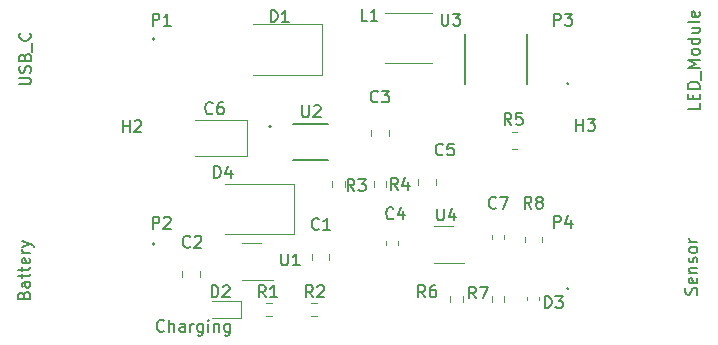
<source format=gbr>
%TF.GenerationSoftware,KiCad,Pcbnew,7.0.2*%
%TF.CreationDate,2023-12-10T20:37:23+01:00*%
%TF.ProjectId,Choinka_EE,43686f69-6e6b-4615-9f45-452e6b696361,rev?*%
%TF.SameCoordinates,Original*%
%TF.FileFunction,Legend,Top*%
%TF.FilePolarity,Positive*%
%FSLAX46Y46*%
G04 Gerber Fmt 4.6, Leading zero omitted, Abs format (unit mm)*
G04 Created by KiCad (PCBNEW 7.0.2) date 2023-12-10 20:37:23*
%MOMM*%
%LPD*%
G01*
G04 APERTURE LIST*
%ADD10C,0.200000*%
%ADD11C,0.150000*%
%ADD12C,0.120000*%
%ADD13C,0.127000*%
%ADD14C,0.152400*%
G04 APERTURE END LIST*
D10*
X89709523Y-131282380D02*
X89661904Y-131330000D01*
X89661904Y-131330000D02*
X89519047Y-131377619D01*
X89519047Y-131377619D02*
X89423809Y-131377619D01*
X89423809Y-131377619D02*
X89280952Y-131330000D01*
X89280952Y-131330000D02*
X89185714Y-131234761D01*
X89185714Y-131234761D02*
X89138095Y-131139523D01*
X89138095Y-131139523D02*
X89090476Y-130949047D01*
X89090476Y-130949047D02*
X89090476Y-130806190D01*
X89090476Y-130806190D02*
X89138095Y-130615714D01*
X89138095Y-130615714D02*
X89185714Y-130520476D01*
X89185714Y-130520476D02*
X89280952Y-130425238D01*
X89280952Y-130425238D02*
X89423809Y-130377619D01*
X89423809Y-130377619D02*
X89519047Y-130377619D01*
X89519047Y-130377619D02*
X89661904Y-130425238D01*
X89661904Y-130425238D02*
X89709523Y-130472857D01*
X90138095Y-131377619D02*
X90138095Y-130377619D01*
X90566666Y-131377619D02*
X90566666Y-130853809D01*
X90566666Y-130853809D02*
X90519047Y-130758571D01*
X90519047Y-130758571D02*
X90423809Y-130710952D01*
X90423809Y-130710952D02*
X90280952Y-130710952D01*
X90280952Y-130710952D02*
X90185714Y-130758571D01*
X90185714Y-130758571D02*
X90138095Y-130806190D01*
X91471428Y-131377619D02*
X91471428Y-130853809D01*
X91471428Y-130853809D02*
X91423809Y-130758571D01*
X91423809Y-130758571D02*
X91328571Y-130710952D01*
X91328571Y-130710952D02*
X91138095Y-130710952D01*
X91138095Y-130710952D02*
X91042857Y-130758571D01*
X91471428Y-131330000D02*
X91376190Y-131377619D01*
X91376190Y-131377619D02*
X91138095Y-131377619D01*
X91138095Y-131377619D02*
X91042857Y-131330000D01*
X91042857Y-131330000D02*
X90995238Y-131234761D01*
X90995238Y-131234761D02*
X90995238Y-131139523D01*
X90995238Y-131139523D02*
X91042857Y-131044285D01*
X91042857Y-131044285D02*
X91138095Y-130996666D01*
X91138095Y-130996666D02*
X91376190Y-130996666D01*
X91376190Y-130996666D02*
X91471428Y-130949047D01*
X91947619Y-131377619D02*
X91947619Y-130710952D01*
X91947619Y-130901428D02*
X91995238Y-130806190D01*
X91995238Y-130806190D02*
X92042857Y-130758571D01*
X92042857Y-130758571D02*
X92138095Y-130710952D01*
X92138095Y-130710952D02*
X92233333Y-130710952D01*
X92995238Y-130710952D02*
X92995238Y-131520476D01*
X92995238Y-131520476D02*
X92947619Y-131615714D01*
X92947619Y-131615714D02*
X92900000Y-131663333D01*
X92900000Y-131663333D02*
X92804762Y-131710952D01*
X92804762Y-131710952D02*
X92661905Y-131710952D01*
X92661905Y-131710952D02*
X92566667Y-131663333D01*
X92995238Y-131330000D02*
X92900000Y-131377619D01*
X92900000Y-131377619D02*
X92709524Y-131377619D01*
X92709524Y-131377619D02*
X92614286Y-131330000D01*
X92614286Y-131330000D02*
X92566667Y-131282380D01*
X92566667Y-131282380D02*
X92519048Y-131187142D01*
X92519048Y-131187142D02*
X92519048Y-130901428D01*
X92519048Y-130901428D02*
X92566667Y-130806190D01*
X92566667Y-130806190D02*
X92614286Y-130758571D01*
X92614286Y-130758571D02*
X92709524Y-130710952D01*
X92709524Y-130710952D02*
X92900000Y-130710952D01*
X92900000Y-130710952D02*
X92995238Y-130758571D01*
X93471429Y-131377619D02*
X93471429Y-130710952D01*
X93471429Y-130377619D02*
X93423810Y-130425238D01*
X93423810Y-130425238D02*
X93471429Y-130472857D01*
X93471429Y-130472857D02*
X93519048Y-130425238D01*
X93519048Y-130425238D02*
X93471429Y-130377619D01*
X93471429Y-130377619D02*
X93471429Y-130472857D01*
X93947619Y-130710952D02*
X93947619Y-131377619D01*
X93947619Y-130806190D02*
X93995238Y-130758571D01*
X93995238Y-130758571D02*
X94090476Y-130710952D01*
X94090476Y-130710952D02*
X94233333Y-130710952D01*
X94233333Y-130710952D02*
X94328571Y-130758571D01*
X94328571Y-130758571D02*
X94376190Y-130853809D01*
X94376190Y-130853809D02*
X94376190Y-131377619D01*
X95280952Y-130710952D02*
X95280952Y-131520476D01*
X95280952Y-131520476D02*
X95233333Y-131615714D01*
X95233333Y-131615714D02*
X95185714Y-131663333D01*
X95185714Y-131663333D02*
X95090476Y-131710952D01*
X95090476Y-131710952D02*
X94947619Y-131710952D01*
X94947619Y-131710952D02*
X94852381Y-131663333D01*
X95280952Y-131330000D02*
X95185714Y-131377619D01*
X95185714Y-131377619D02*
X94995238Y-131377619D01*
X94995238Y-131377619D02*
X94900000Y-131330000D01*
X94900000Y-131330000D02*
X94852381Y-131282380D01*
X94852381Y-131282380D02*
X94804762Y-131187142D01*
X94804762Y-131187142D02*
X94804762Y-130901428D01*
X94804762Y-130901428D02*
X94852381Y-130806190D01*
X94852381Y-130806190D02*
X94900000Y-130758571D01*
X94900000Y-130758571D02*
X94995238Y-130710952D01*
X94995238Y-130710952D02*
X95185714Y-130710952D01*
X95185714Y-130710952D02*
X95280952Y-130758571D01*
D11*
%TO.C,H3*%
X124638095Y-114362619D02*
X124638095Y-113362619D01*
X124638095Y-113838809D02*
X125209523Y-113838809D01*
X125209523Y-114362619D02*
X125209523Y-113362619D01*
X125590476Y-113362619D02*
X126209523Y-113362619D01*
X126209523Y-113362619D02*
X125876190Y-113743571D01*
X125876190Y-113743571D02*
X126019047Y-113743571D01*
X126019047Y-113743571D02*
X126114285Y-113791190D01*
X126114285Y-113791190D02*
X126161904Y-113838809D01*
X126161904Y-113838809D02*
X126209523Y-113934047D01*
X126209523Y-113934047D02*
X126209523Y-114172142D01*
X126209523Y-114172142D02*
X126161904Y-114267380D01*
X126161904Y-114267380D02*
X126114285Y-114315000D01*
X126114285Y-114315000D02*
X126019047Y-114362619D01*
X126019047Y-114362619D02*
X125733333Y-114362619D01*
X125733333Y-114362619D02*
X125638095Y-114315000D01*
X125638095Y-114315000D02*
X125590476Y-114267380D01*
%TO.C,H2*%
X86238095Y-114462619D02*
X86238095Y-113462619D01*
X86238095Y-113938809D02*
X86809523Y-113938809D01*
X86809523Y-114462619D02*
X86809523Y-113462619D01*
X87238095Y-113557857D02*
X87285714Y-113510238D01*
X87285714Y-113510238D02*
X87380952Y-113462619D01*
X87380952Y-113462619D02*
X87619047Y-113462619D01*
X87619047Y-113462619D02*
X87714285Y-113510238D01*
X87714285Y-113510238D02*
X87761904Y-113557857D01*
X87761904Y-113557857D02*
X87809523Y-113653095D01*
X87809523Y-113653095D02*
X87809523Y-113748333D01*
X87809523Y-113748333D02*
X87761904Y-113891190D01*
X87761904Y-113891190D02*
X87190476Y-114462619D01*
X87190476Y-114462619D02*
X87809523Y-114462619D01*
%TO.C,D4*%
X93961905Y-118362619D02*
X93961905Y-117362619D01*
X93961905Y-117362619D02*
X94200000Y-117362619D01*
X94200000Y-117362619D02*
X94342857Y-117410238D01*
X94342857Y-117410238D02*
X94438095Y-117505476D01*
X94438095Y-117505476D02*
X94485714Y-117600714D01*
X94485714Y-117600714D02*
X94533333Y-117791190D01*
X94533333Y-117791190D02*
X94533333Y-117934047D01*
X94533333Y-117934047D02*
X94485714Y-118124523D01*
X94485714Y-118124523D02*
X94438095Y-118219761D01*
X94438095Y-118219761D02*
X94342857Y-118315000D01*
X94342857Y-118315000D02*
X94200000Y-118362619D01*
X94200000Y-118362619D02*
X93961905Y-118362619D01*
X95390476Y-117695952D02*
X95390476Y-118362619D01*
X95152381Y-117315000D02*
X94914286Y-118029285D01*
X94914286Y-118029285D02*
X95533333Y-118029285D01*
%TO.C,D1*%
X98761905Y-105162619D02*
X98761905Y-104162619D01*
X98761905Y-104162619D02*
X99000000Y-104162619D01*
X99000000Y-104162619D02*
X99142857Y-104210238D01*
X99142857Y-104210238D02*
X99238095Y-104305476D01*
X99238095Y-104305476D02*
X99285714Y-104400714D01*
X99285714Y-104400714D02*
X99333333Y-104591190D01*
X99333333Y-104591190D02*
X99333333Y-104734047D01*
X99333333Y-104734047D02*
X99285714Y-104924523D01*
X99285714Y-104924523D02*
X99238095Y-105019761D01*
X99238095Y-105019761D02*
X99142857Y-105115000D01*
X99142857Y-105115000D02*
X99000000Y-105162619D01*
X99000000Y-105162619D02*
X98761905Y-105162619D01*
X100285714Y-105162619D02*
X99714286Y-105162619D01*
X100000000Y-105162619D02*
X100000000Y-104162619D01*
X100000000Y-104162619D02*
X99904762Y-104305476D01*
X99904762Y-104305476D02*
X99809524Y-104400714D01*
X99809524Y-104400714D02*
X99714286Y-104448333D01*
%TO.C,C2*%
X91933333Y-124167380D02*
X91885714Y-124215000D01*
X91885714Y-124215000D02*
X91742857Y-124262619D01*
X91742857Y-124262619D02*
X91647619Y-124262619D01*
X91647619Y-124262619D02*
X91504762Y-124215000D01*
X91504762Y-124215000D02*
X91409524Y-124119761D01*
X91409524Y-124119761D02*
X91361905Y-124024523D01*
X91361905Y-124024523D02*
X91314286Y-123834047D01*
X91314286Y-123834047D02*
X91314286Y-123691190D01*
X91314286Y-123691190D02*
X91361905Y-123500714D01*
X91361905Y-123500714D02*
X91409524Y-123405476D01*
X91409524Y-123405476D02*
X91504762Y-123310238D01*
X91504762Y-123310238D02*
X91647619Y-123262619D01*
X91647619Y-123262619D02*
X91742857Y-123262619D01*
X91742857Y-123262619D02*
X91885714Y-123310238D01*
X91885714Y-123310238D02*
X91933333Y-123357857D01*
X92314286Y-123357857D02*
X92361905Y-123310238D01*
X92361905Y-123310238D02*
X92457143Y-123262619D01*
X92457143Y-123262619D02*
X92695238Y-123262619D01*
X92695238Y-123262619D02*
X92790476Y-123310238D01*
X92790476Y-123310238D02*
X92838095Y-123357857D01*
X92838095Y-123357857D02*
X92885714Y-123453095D01*
X92885714Y-123453095D02*
X92885714Y-123548333D01*
X92885714Y-123548333D02*
X92838095Y-123691190D01*
X92838095Y-123691190D02*
X92266667Y-124262619D01*
X92266667Y-124262619D02*
X92885714Y-124262619D01*
%TO.C,D3*%
X121961905Y-129362619D02*
X121961905Y-128362619D01*
X121961905Y-128362619D02*
X122200000Y-128362619D01*
X122200000Y-128362619D02*
X122342857Y-128410238D01*
X122342857Y-128410238D02*
X122438095Y-128505476D01*
X122438095Y-128505476D02*
X122485714Y-128600714D01*
X122485714Y-128600714D02*
X122533333Y-128791190D01*
X122533333Y-128791190D02*
X122533333Y-128934047D01*
X122533333Y-128934047D02*
X122485714Y-129124523D01*
X122485714Y-129124523D02*
X122438095Y-129219761D01*
X122438095Y-129219761D02*
X122342857Y-129315000D01*
X122342857Y-129315000D02*
X122200000Y-129362619D01*
X122200000Y-129362619D02*
X121961905Y-129362619D01*
X122866667Y-128362619D02*
X123485714Y-128362619D01*
X123485714Y-128362619D02*
X123152381Y-128743571D01*
X123152381Y-128743571D02*
X123295238Y-128743571D01*
X123295238Y-128743571D02*
X123390476Y-128791190D01*
X123390476Y-128791190D02*
X123438095Y-128838809D01*
X123438095Y-128838809D02*
X123485714Y-128934047D01*
X123485714Y-128934047D02*
X123485714Y-129172142D01*
X123485714Y-129172142D02*
X123438095Y-129267380D01*
X123438095Y-129267380D02*
X123390476Y-129315000D01*
X123390476Y-129315000D02*
X123295238Y-129362619D01*
X123295238Y-129362619D02*
X123009524Y-129362619D01*
X123009524Y-129362619D02*
X122914286Y-129315000D01*
X122914286Y-129315000D02*
X122866667Y-129267380D01*
%TO.C,R5*%
X119133333Y-113862619D02*
X118800000Y-113386428D01*
X118561905Y-113862619D02*
X118561905Y-112862619D01*
X118561905Y-112862619D02*
X118942857Y-112862619D01*
X118942857Y-112862619D02*
X119038095Y-112910238D01*
X119038095Y-112910238D02*
X119085714Y-112957857D01*
X119085714Y-112957857D02*
X119133333Y-113053095D01*
X119133333Y-113053095D02*
X119133333Y-113195952D01*
X119133333Y-113195952D02*
X119085714Y-113291190D01*
X119085714Y-113291190D02*
X119038095Y-113338809D01*
X119038095Y-113338809D02*
X118942857Y-113386428D01*
X118942857Y-113386428D02*
X118561905Y-113386428D01*
X120038095Y-112862619D02*
X119561905Y-112862619D01*
X119561905Y-112862619D02*
X119514286Y-113338809D01*
X119514286Y-113338809D02*
X119561905Y-113291190D01*
X119561905Y-113291190D02*
X119657143Y-113243571D01*
X119657143Y-113243571D02*
X119895238Y-113243571D01*
X119895238Y-113243571D02*
X119990476Y-113291190D01*
X119990476Y-113291190D02*
X120038095Y-113338809D01*
X120038095Y-113338809D02*
X120085714Y-113434047D01*
X120085714Y-113434047D02*
X120085714Y-113672142D01*
X120085714Y-113672142D02*
X120038095Y-113767380D01*
X120038095Y-113767380D02*
X119990476Y-113815000D01*
X119990476Y-113815000D02*
X119895238Y-113862619D01*
X119895238Y-113862619D02*
X119657143Y-113862619D01*
X119657143Y-113862619D02*
X119561905Y-113815000D01*
X119561905Y-113815000D02*
X119514286Y-113767380D01*
%TO.C,P3*%
X122760882Y-105463261D02*
X122760882Y-104461875D01*
X122760882Y-104461875D02*
X123142362Y-104461875D01*
X123142362Y-104461875D02*
X123237732Y-104509560D01*
X123237732Y-104509560D02*
X123285417Y-104557245D01*
X123285417Y-104557245D02*
X123333102Y-104652615D01*
X123333102Y-104652615D02*
X123333102Y-104795670D01*
X123333102Y-104795670D02*
X123285417Y-104891040D01*
X123285417Y-104891040D02*
X123237732Y-104938725D01*
X123237732Y-104938725D02*
X123142362Y-104986410D01*
X123142362Y-104986410D02*
X122760882Y-104986410D01*
X123666898Y-104461875D02*
X124286803Y-104461875D01*
X124286803Y-104461875D02*
X123953008Y-104843355D01*
X123953008Y-104843355D02*
X124096063Y-104843355D01*
X124096063Y-104843355D02*
X124191433Y-104891040D01*
X124191433Y-104891040D02*
X124239118Y-104938725D01*
X124239118Y-104938725D02*
X124286803Y-105034095D01*
X124286803Y-105034095D02*
X124286803Y-105272520D01*
X124286803Y-105272520D02*
X124239118Y-105367890D01*
X124239118Y-105367890D02*
X124191433Y-105415576D01*
X124191433Y-105415576D02*
X124096063Y-105463261D01*
X124096063Y-105463261D02*
X123809953Y-105463261D01*
X123809953Y-105463261D02*
X123714583Y-105415576D01*
X123714583Y-105415576D02*
X123666898Y-105367890D01*
X135062743Y-112043832D02*
X135062743Y-112520150D01*
X135062743Y-112520150D02*
X134062475Y-112520150D01*
X134538793Y-111710409D02*
X134538793Y-111376987D01*
X135062743Y-111234091D02*
X135062743Y-111710409D01*
X135062743Y-111710409D02*
X134062475Y-111710409D01*
X134062475Y-111710409D02*
X134062475Y-111234091D01*
X135062743Y-110805405D02*
X134062475Y-110805405D01*
X134062475Y-110805405D02*
X134062475Y-110567246D01*
X134062475Y-110567246D02*
X134110107Y-110424351D01*
X134110107Y-110424351D02*
X134205371Y-110329087D01*
X134205371Y-110329087D02*
X134300634Y-110281456D01*
X134300634Y-110281456D02*
X134491162Y-110233824D01*
X134491162Y-110233824D02*
X134634057Y-110233824D01*
X134634057Y-110233824D02*
X134824584Y-110281456D01*
X134824584Y-110281456D02*
X134919848Y-110329087D01*
X134919848Y-110329087D02*
X135015112Y-110424351D01*
X135015112Y-110424351D02*
X135062743Y-110567246D01*
X135062743Y-110567246D02*
X135062743Y-110805405D01*
X135158007Y-110043297D02*
X135158007Y-109281188D01*
X135062743Y-109043028D02*
X134062475Y-109043028D01*
X134062475Y-109043028D02*
X134776952Y-108709606D01*
X134776952Y-108709606D02*
X134062475Y-108376183D01*
X134062475Y-108376183D02*
X135062743Y-108376183D01*
X135062743Y-107756970D02*
X135015112Y-107852234D01*
X135015112Y-107852234D02*
X134967480Y-107899865D01*
X134967480Y-107899865D02*
X134872216Y-107947497D01*
X134872216Y-107947497D02*
X134586425Y-107947497D01*
X134586425Y-107947497D02*
X134491162Y-107899865D01*
X134491162Y-107899865D02*
X134443530Y-107852234D01*
X134443530Y-107852234D02*
X134395898Y-107756970D01*
X134395898Y-107756970D02*
X134395898Y-107614075D01*
X134395898Y-107614075D02*
X134443530Y-107518811D01*
X134443530Y-107518811D02*
X134491162Y-107471179D01*
X134491162Y-107471179D02*
X134586425Y-107423547D01*
X134586425Y-107423547D02*
X134872216Y-107423547D01*
X134872216Y-107423547D02*
X134967480Y-107471179D01*
X134967480Y-107471179D02*
X135015112Y-107518811D01*
X135015112Y-107518811D02*
X135062743Y-107614075D01*
X135062743Y-107614075D02*
X135062743Y-107756970D01*
X135062743Y-106566175D02*
X134062475Y-106566175D01*
X135015112Y-106566175D02*
X135062743Y-106661439D01*
X135062743Y-106661439D02*
X135062743Y-106851966D01*
X135062743Y-106851966D02*
X135015112Y-106947230D01*
X135015112Y-106947230D02*
X134967480Y-106994861D01*
X134967480Y-106994861D02*
X134872216Y-107042493D01*
X134872216Y-107042493D02*
X134586425Y-107042493D01*
X134586425Y-107042493D02*
X134491162Y-106994861D01*
X134491162Y-106994861D02*
X134443530Y-106947230D01*
X134443530Y-106947230D02*
X134395898Y-106851966D01*
X134395898Y-106851966D02*
X134395898Y-106661439D01*
X134395898Y-106661439D02*
X134443530Y-106566175D01*
X134395898Y-105661171D02*
X135062743Y-105661171D01*
X134395898Y-106089857D02*
X134919848Y-106089857D01*
X134919848Y-106089857D02*
X135015112Y-106042226D01*
X135015112Y-106042226D02*
X135062743Y-105946962D01*
X135062743Y-105946962D02*
X135062743Y-105804067D01*
X135062743Y-105804067D02*
X135015112Y-105708803D01*
X135015112Y-105708803D02*
X134967480Y-105661171D01*
X135062743Y-105041958D02*
X135015112Y-105137222D01*
X135015112Y-105137222D02*
X134919848Y-105184853D01*
X134919848Y-105184853D02*
X134062475Y-105184853D01*
X135015112Y-104279849D02*
X135062743Y-104375113D01*
X135062743Y-104375113D02*
X135062743Y-104565640D01*
X135062743Y-104565640D02*
X135015112Y-104660903D01*
X135015112Y-104660903D02*
X134919848Y-104708535D01*
X134919848Y-104708535D02*
X134538793Y-104708535D01*
X134538793Y-104708535D02*
X134443530Y-104660903D01*
X134443530Y-104660903D02*
X134395898Y-104565640D01*
X134395898Y-104565640D02*
X134395898Y-104375113D01*
X134395898Y-104375113D02*
X134443530Y-104279849D01*
X134443530Y-104279849D02*
X134538793Y-104232217D01*
X134538793Y-104232217D02*
X134634057Y-104232217D01*
X134634057Y-104232217D02*
X134729321Y-104708535D01*
%TO.C,U1*%
X99638095Y-124762619D02*
X99638095Y-125572142D01*
X99638095Y-125572142D02*
X99685714Y-125667380D01*
X99685714Y-125667380D02*
X99733333Y-125715000D01*
X99733333Y-125715000D02*
X99828571Y-125762619D01*
X99828571Y-125762619D02*
X100019047Y-125762619D01*
X100019047Y-125762619D02*
X100114285Y-125715000D01*
X100114285Y-125715000D02*
X100161904Y-125667380D01*
X100161904Y-125667380D02*
X100209523Y-125572142D01*
X100209523Y-125572142D02*
X100209523Y-124762619D01*
X101209523Y-125762619D02*
X100638095Y-125762619D01*
X100923809Y-125762619D02*
X100923809Y-124762619D01*
X100923809Y-124762619D02*
X100828571Y-124905476D01*
X100828571Y-124905476D02*
X100733333Y-125000714D01*
X100733333Y-125000714D02*
X100638095Y-125048333D01*
%TO.C,U2*%
X101418095Y-112212619D02*
X101418095Y-113022142D01*
X101418095Y-113022142D02*
X101465714Y-113117380D01*
X101465714Y-113117380D02*
X101513333Y-113165000D01*
X101513333Y-113165000D02*
X101608571Y-113212619D01*
X101608571Y-113212619D02*
X101799047Y-113212619D01*
X101799047Y-113212619D02*
X101894285Y-113165000D01*
X101894285Y-113165000D02*
X101941904Y-113117380D01*
X101941904Y-113117380D02*
X101989523Y-113022142D01*
X101989523Y-113022142D02*
X101989523Y-112212619D01*
X102418095Y-112307857D02*
X102465714Y-112260238D01*
X102465714Y-112260238D02*
X102560952Y-112212619D01*
X102560952Y-112212619D02*
X102799047Y-112212619D01*
X102799047Y-112212619D02*
X102894285Y-112260238D01*
X102894285Y-112260238D02*
X102941904Y-112307857D01*
X102941904Y-112307857D02*
X102989523Y-112403095D01*
X102989523Y-112403095D02*
X102989523Y-112498333D01*
X102989523Y-112498333D02*
X102941904Y-112641190D01*
X102941904Y-112641190D02*
X102370476Y-113212619D01*
X102370476Y-113212619D02*
X102989523Y-113212619D01*
%TO.C,C4*%
X109133333Y-121767380D02*
X109085714Y-121815000D01*
X109085714Y-121815000D02*
X108942857Y-121862619D01*
X108942857Y-121862619D02*
X108847619Y-121862619D01*
X108847619Y-121862619D02*
X108704762Y-121815000D01*
X108704762Y-121815000D02*
X108609524Y-121719761D01*
X108609524Y-121719761D02*
X108561905Y-121624523D01*
X108561905Y-121624523D02*
X108514286Y-121434047D01*
X108514286Y-121434047D02*
X108514286Y-121291190D01*
X108514286Y-121291190D02*
X108561905Y-121100714D01*
X108561905Y-121100714D02*
X108609524Y-121005476D01*
X108609524Y-121005476D02*
X108704762Y-120910238D01*
X108704762Y-120910238D02*
X108847619Y-120862619D01*
X108847619Y-120862619D02*
X108942857Y-120862619D01*
X108942857Y-120862619D02*
X109085714Y-120910238D01*
X109085714Y-120910238D02*
X109133333Y-120957857D01*
X109990476Y-121195952D02*
X109990476Y-121862619D01*
X109752381Y-120815000D02*
X109514286Y-121529285D01*
X109514286Y-121529285D02*
X110133333Y-121529285D01*
%TO.C,R7*%
X116133333Y-128562619D02*
X115800000Y-128086428D01*
X115561905Y-128562619D02*
X115561905Y-127562619D01*
X115561905Y-127562619D02*
X115942857Y-127562619D01*
X115942857Y-127562619D02*
X116038095Y-127610238D01*
X116038095Y-127610238D02*
X116085714Y-127657857D01*
X116085714Y-127657857D02*
X116133333Y-127753095D01*
X116133333Y-127753095D02*
X116133333Y-127895952D01*
X116133333Y-127895952D02*
X116085714Y-127991190D01*
X116085714Y-127991190D02*
X116038095Y-128038809D01*
X116038095Y-128038809D02*
X115942857Y-128086428D01*
X115942857Y-128086428D02*
X115561905Y-128086428D01*
X116466667Y-127562619D02*
X117133333Y-127562619D01*
X117133333Y-127562619D02*
X116704762Y-128562619D01*
%TO.C,R8*%
X120833333Y-120962619D02*
X120500000Y-120486428D01*
X120261905Y-120962619D02*
X120261905Y-119962619D01*
X120261905Y-119962619D02*
X120642857Y-119962619D01*
X120642857Y-119962619D02*
X120738095Y-120010238D01*
X120738095Y-120010238D02*
X120785714Y-120057857D01*
X120785714Y-120057857D02*
X120833333Y-120153095D01*
X120833333Y-120153095D02*
X120833333Y-120295952D01*
X120833333Y-120295952D02*
X120785714Y-120391190D01*
X120785714Y-120391190D02*
X120738095Y-120438809D01*
X120738095Y-120438809D02*
X120642857Y-120486428D01*
X120642857Y-120486428D02*
X120261905Y-120486428D01*
X121404762Y-120391190D02*
X121309524Y-120343571D01*
X121309524Y-120343571D02*
X121261905Y-120295952D01*
X121261905Y-120295952D02*
X121214286Y-120200714D01*
X121214286Y-120200714D02*
X121214286Y-120153095D01*
X121214286Y-120153095D02*
X121261905Y-120057857D01*
X121261905Y-120057857D02*
X121309524Y-120010238D01*
X121309524Y-120010238D02*
X121404762Y-119962619D01*
X121404762Y-119962619D02*
X121595238Y-119962619D01*
X121595238Y-119962619D02*
X121690476Y-120010238D01*
X121690476Y-120010238D02*
X121738095Y-120057857D01*
X121738095Y-120057857D02*
X121785714Y-120153095D01*
X121785714Y-120153095D02*
X121785714Y-120200714D01*
X121785714Y-120200714D02*
X121738095Y-120295952D01*
X121738095Y-120295952D02*
X121690476Y-120343571D01*
X121690476Y-120343571D02*
X121595238Y-120391190D01*
X121595238Y-120391190D02*
X121404762Y-120391190D01*
X121404762Y-120391190D02*
X121309524Y-120438809D01*
X121309524Y-120438809D02*
X121261905Y-120486428D01*
X121261905Y-120486428D02*
X121214286Y-120581666D01*
X121214286Y-120581666D02*
X121214286Y-120772142D01*
X121214286Y-120772142D02*
X121261905Y-120867380D01*
X121261905Y-120867380D02*
X121309524Y-120915000D01*
X121309524Y-120915000D02*
X121404762Y-120962619D01*
X121404762Y-120962619D02*
X121595238Y-120962619D01*
X121595238Y-120962619D02*
X121690476Y-120915000D01*
X121690476Y-120915000D02*
X121738095Y-120867380D01*
X121738095Y-120867380D02*
X121785714Y-120772142D01*
X121785714Y-120772142D02*
X121785714Y-120581666D01*
X121785714Y-120581666D02*
X121738095Y-120486428D01*
X121738095Y-120486428D02*
X121690476Y-120438809D01*
X121690476Y-120438809D02*
X121595238Y-120391190D01*
%TO.C,U4*%
X112838095Y-120962619D02*
X112838095Y-121772142D01*
X112838095Y-121772142D02*
X112885714Y-121867380D01*
X112885714Y-121867380D02*
X112933333Y-121915000D01*
X112933333Y-121915000D02*
X113028571Y-121962619D01*
X113028571Y-121962619D02*
X113219047Y-121962619D01*
X113219047Y-121962619D02*
X113314285Y-121915000D01*
X113314285Y-121915000D02*
X113361904Y-121867380D01*
X113361904Y-121867380D02*
X113409523Y-121772142D01*
X113409523Y-121772142D02*
X113409523Y-120962619D01*
X114314285Y-121295952D02*
X114314285Y-121962619D01*
X114076190Y-120915000D02*
X113838095Y-121629285D01*
X113838095Y-121629285D02*
X114457142Y-121629285D01*
%TO.C,U3*%
X113238095Y-104462619D02*
X113238095Y-105272142D01*
X113238095Y-105272142D02*
X113285714Y-105367380D01*
X113285714Y-105367380D02*
X113333333Y-105415000D01*
X113333333Y-105415000D02*
X113428571Y-105462619D01*
X113428571Y-105462619D02*
X113619047Y-105462619D01*
X113619047Y-105462619D02*
X113714285Y-105415000D01*
X113714285Y-105415000D02*
X113761904Y-105367380D01*
X113761904Y-105367380D02*
X113809523Y-105272142D01*
X113809523Y-105272142D02*
X113809523Y-104462619D01*
X114190476Y-104462619D02*
X114809523Y-104462619D01*
X114809523Y-104462619D02*
X114476190Y-104843571D01*
X114476190Y-104843571D02*
X114619047Y-104843571D01*
X114619047Y-104843571D02*
X114714285Y-104891190D01*
X114714285Y-104891190D02*
X114761904Y-104938809D01*
X114761904Y-104938809D02*
X114809523Y-105034047D01*
X114809523Y-105034047D02*
X114809523Y-105272142D01*
X114809523Y-105272142D02*
X114761904Y-105367380D01*
X114761904Y-105367380D02*
X114714285Y-105415000D01*
X114714285Y-105415000D02*
X114619047Y-105462619D01*
X114619047Y-105462619D02*
X114333333Y-105462619D01*
X114333333Y-105462619D02*
X114238095Y-105415000D01*
X114238095Y-105415000D02*
X114190476Y-105367380D01*
%TO.C,C6*%
X93833333Y-112867380D02*
X93785714Y-112915000D01*
X93785714Y-112915000D02*
X93642857Y-112962619D01*
X93642857Y-112962619D02*
X93547619Y-112962619D01*
X93547619Y-112962619D02*
X93404762Y-112915000D01*
X93404762Y-112915000D02*
X93309524Y-112819761D01*
X93309524Y-112819761D02*
X93261905Y-112724523D01*
X93261905Y-112724523D02*
X93214286Y-112534047D01*
X93214286Y-112534047D02*
X93214286Y-112391190D01*
X93214286Y-112391190D02*
X93261905Y-112200714D01*
X93261905Y-112200714D02*
X93309524Y-112105476D01*
X93309524Y-112105476D02*
X93404762Y-112010238D01*
X93404762Y-112010238D02*
X93547619Y-111962619D01*
X93547619Y-111962619D02*
X93642857Y-111962619D01*
X93642857Y-111962619D02*
X93785714Y-112010238D01*
X93785714Y-112010238D02*
X93833333Y-112057857D01*
X94690476Y-111962619D02*
X94500000Y-111962619D01*
X94500000Y-111962619D02*
X94404762Y-112010238D01*
X94404762Y-112010238D02*
X94357143Y-112057857D01*
X94357143Y-112057857D02*
X94261905Y-112200714D01*
X94261905Y-112200714D02*
X94214286Y-112391190D01*
X94214286Y-112391190D02*
X94214286Y-112772142D01*
X94214286Y-112772142D02*
X94261905Y-112867380D01*
X94261905Y-112867380D02*
X94309524Y-112915000D01*
X94309524Y-112915000D02*
X94404762Y-112962619D01*
X94404762Y-112962619D02*
X94595238Y-112962619D01*
X94595238Y-112962619D02*
X94690476Y-112915000D01*
X94690476Y-112915000D02*
X94738095Y-112867380D01*
X94738095Y-112867380D02*
X94785714Y-112772142D01*
X94785714Y-112772142D02*
X94785714Y-112534047D01*
X94785714Y-112534047D02*
X94738095Y-112438809D01*
X94738095Y-112438809D02*
X94690476Y-112391190D01*
X94690476Y-112391190D02*
X94595238Y-112343571D01*
X94595238Y-112343571D02*
X94404762Y-112343571D01*
X94404762Y-112343571D02*
X94309524Y-112391190D01*
X94309524Y-112391190D02*
X94261905Y-112438809D01*
X94261905Y-112438809D02*
X94214286Y-112534047D01*
%TO.C,R3*%
X105833333Y-119462619D02*
X105500000Y-118986428D01*
X105261905Y-119462619D02*
X105261905Y-118462619D01*
X105261905Y-118462619D02*
X105642857Y-118462619D01*
X105642857Y-118462619D02*
X105738095Y-118510238D01*
X105738095Y-118510238D02*
X105785714Y-118557857D01*
X105785714Y-118557857D02*
X105833333Y-118653095D01*
X105833333Y-118653095D02*
X105833333Y-118795952D01*
X105833333Y-118795952D02*
X105785714Y-118891190D01*
X105785714Y-118891190D02*
X105738095Y-118938809D01*
X105738095Y-118938809D02*
X105642857Y-118986428D01*
X105642857Y-118986428D02*
X105261905Y-118986428D01*
X106166667Y-118462619D02*
X106785714Y-118462619D01*
X106785714Y-118462619D02*
X106452381Y-118843571D01*
X106452381Y-118843571D02*
X106595238Y-118843571D01*
X106595238Y-118843571D02*
X106690476Y-118891190D01*
X106690476Y-118891190D02*
X106738095Y-118938809D01*
X106738095Y-118938809D02*
X106785714Y-119034047D01*
X106785714Y-119034047D02*
X106785714Y-119272142D01*
X106785714Y-119272142D02*
X106738095Y-119367380D01*
X106738095Y-119367380D02*
X106690476Y-119415000D01*
X106690476Y-119415000D02*
X106595238Y-119462619D01*
X106595238Y-119462619D02*
X106309524Y-119462619D01*
X106309524Y-119462619D02*
X106214286Y-119415000D01*
X106214286Y-119415000D02*
X106166667Y-119367380D01*
%TO.C,C1*%
X102833333Y-122667380D02*
X102785714Y-122715000D01*
X102785714Y-122715000D02*
X102642857Y-122762619D01*
X102642857Y-122762619D02*
X102547619Y-122762619D01*
X102547619Y-122762619D02*
X102404762Y-122715000D01*
X102404762Y-122715000D02*
X102309524Y-122619761D01*
X102309524Y-122619761D02*
X102261905Y-122524523D01*
X102261905Y-122524523D02*
X102214286Y-122334047D01*
X102214286Y-122334047D02*
X102214286Y-122191190D01*
X102214286Y-122191190D02*
X102261905Y-122000714D01*
X102261905Y-122000714D02*
X102309524Y-121905476D01*
X102309524Y-121905476D02*
X102404762Y-121810238D01*
X102404762Y-121810238D02*
X102547619Y-121762619D01*
X102547619Y-121762619D02*
X102642857Y-121762619D01*
X102642857Y-121762619D02*
X102785714Y-121810238D01*
X102785714Y-121810238D02*
X102833333Y-121857857D01*
X103785714Y-122762619D02*
X103214286Y-122762619D01*
X103500000Y-122762619D02*
X103500000Y-121762619D01*
X103500000Y-121762619D02*
X103404762Y-121905476D01*
X103404762Y-121905476D02*
X103309524Y-122000714D01*
X103309524Y-122000714D02*
X103214286Y-122048333D01*
%TO.C,L1*%
X106933333Y-105062619D02*
X106457143Y-105062619D01*
X106457143Y-105062619D02*
X106457143Y-104062619D01*
X107790476Y-105062619D02*
X107219048Y-105062619D01*
X107504762Y-105062619D02*
X107504762Y-104062619D01*
X107504762Y-104062619D02*
X107409524Y-104205476D01*
X107409524Y-104205476D02*
X107314286Y-104300714D01*
X107314286Y-104300714D02*
X107219048Y-104348333D01*
%TO.C,R1*%
X98333333Y-128462619D02*
X98000000Y-127986428D01*
X97761905Y-128462619D02*
X97761905Y-127462619D01*
X97761905Y-127462619D02*
X98142857Y-127462619D01*
X98142857Y-127462619D02*
X98238095Y-127510238D01*
X98238095Y-127510238D02*
X98285714Y-127557857D01*
X98285714Y-127557857D02*
X98333333Y-127653095D01*
X98333333Y-127653095D02*
X98333333Y-127795952D01*
X98333333Y-127795952D02*
X98285714Y-127891190D01*
X98285714Y-127891190D02*
X98238095Y-127938809D01*
X98238095Y-127938809D02*
X98142857Y-127986428D01*
X98142857Y-127986428D02*
X97761905Y-127986428D01*
X99285714Y-128462619D02*
X98714286Y-128462619D01*
X99000000Y-128462619D02*
X99000000Y-127462619D01*
X99000000Y-127462619D02*
X98904762Y-127605476D01*
X98904762Y-127605476D02*
X98809524Y-127700714D01*
X98809524Y-127700714D02*
X98714286Y-127748333D01*
%TO.C,P1*%
X88760882Y-105463261D02*
X88760882Y-104461875D01*
X88760882Y-104461875D02*
X89142362Y-104461875D01*
X89142362Y-104461875D02*
X89237732Y-104509560D01*
X89237732Y-104509560D02*
X89285417Y-104557245D01*
X89285417Y-104557245D02*
X89333102Y-104652615D01*
X89333102Y-104652615D02*
X89333102Y-104795670D01*
X89333102Y-104795670D02*
X89285417Y-104891040D01*
X89285417Y-104891040D02*
X89237732Y-104938725D01*
X89237732Y-104938725D02*
X89142362Y-104986410D01*
X89142362Y-104986410D02*
X88760882Y-104986410D01*
X90286803Y-105463261D02*
X89714583Y-105463261D01*
X90000693Y-105463261D02*
X90000693Y-104461875D01*
X90000693Y-104461875D02*
X89905323Y-104604930D01*
X89905323Y-104604930D02*
X89809953Y-104700300D01*
X89809953Y-104700300D02*
X89714583Y-104747985D01*
X77462475Y-110443430D02*
X78272216Y-110443430D01*
X78272216Y-110443430D02*
X78367480Y-110395799D01*
X78367480Y-110395799D02*
X78415112Y-110348167D01*
X78415112Y-110348167D02*
X78462743Y-110252903D01*
X78462743Y-110252903D02*
X78462743Y-110062376D01*
X78462743Y-110062376D02*
X78415112Y-109967112D01*
X78415112Y-109967112D02*
X78367480Y-109919481D01*
X78367480Y-109919481D02*
X78272216Y-109871849D01*
X78272216Y-109871849D02*
X77462475Y-109871849D01*
X78415112Y-109443162D02*
X78462743Y-109300267D01*
X78462743Y-109300267D02*
X78462743Y-109062108D01*
X78462743Y-109062108D02*
X78415112Y-108966844D01*
X78415112Y-108966844D02*
X78367480Y-108919212D01*
X78367480Y-108919212D02*
X78272216Y-108871581D01*
X78272216Y-108871581D02*
X78176952Y-108871581D01*
X78176952Y-108871581D02*
X78081689Y-108919212D01*
X78081689Y-108919212D02*
X78034057Y-108966844D01*
X78034057Y-108966844D02*
X77986425Y-109062108D01*
X77986425Y-109062108D02*
X77938793Y-109252635D01*
X77938793Y-109252635D02*
X77891162Y-109347899D01*
X77891162Y-109347899D02*
X77843530Y-109395530D01*
X77843530Y-109395530D02*
X77748266Y-109443162D01*
X77748266Y-109443162D02*
X77653003Y-109443162D01*
X77653003Y-109443162D02*
X77557739Y-109395530D01*
X77557739Y-109395530D02*
X77510107Y-109347899D01*
X77510107Y-109347899D02*
X77462475Y-109252635D01*
X77462475Y-109252635D02*
X77462475Y-109014476D01*
X77462475Y-109014476D02*
X77510107Y-108871581D01*
X77938793Y-108109472D02*
X77986425Y-107966576D01*
X77986425Y-107966576D02*
X78034057Y-107918945D01*
X78034057Y-107918945D02*
X78129321Y-107871313D01*
X78129321Y-107871313D02*
X78272216Y-107871313D01*
X78272216Y-107871313D02*
X78367480Y-107918945D01*
X78367480Y-107918945D02*
X78415112Y-107966576D01*
X78415112Y-107966576D02*
X78462743Y-108061840D01*
X78462743Y-108061840D02*
X78462743Y-108442894D01*
X78462743Y-108442894D02*
X77462475Y-108442894D01*
X77462475Y-108442894D02*
X77462475Y-108109472D01*
X77462475Y-108109472D02*
X77510107Y-108014208D01*
X77510107Y-108014208D02*
X77557739Y-107966576D01*
X77557739Y-107966576D02*
X77653003Y-107918945D01*
X77653003Y-107918945D02*
X77748266Y-107918945D01*
X77748266Y-107918945D02*
X77843530Y-107966576D01*
X77843530Y-107966576D02*
X77891162Y-108014208D01*
X77891162Y-108014208D02*
X77938793Y-108109472D01*
X77938793Y-108109472D02*
X77938793Y-108442894D01*
X78558007Y-107680786D02*
X78558007Y-106918677D01*
X78367480Y-106108936D02*
X78415112Y-106156568D01*
X78415112Y-106156568D02*
X78462743Y-106299463D01*
X78462743Y-106299463D02*
X78462743Y-106394727D01*
X78462743Y-106394727D02*
X78415112Y-106537622D01*
X78415112Y-106537622D02*
X78319848Y-106632886D01*
X78319848Y-106632886D02*
X78224584Y-106680517D01*
X78224584Y-106680517D02*
X78034057Y-106728149D01*
X78034057Y-106728149D02*
X77891162Y-106728149D01*
X77891162Y-106728149D02*
X77700634Y-106680517D01*
X77700634Y-106680517D02*
X77605371Y-106632886D01*
X77605371Y-106632886D02*
X77510107Y-106537622D01*
X77510107Y-106537622D02*
X77462475Y-106394727D01*
X77462475Y-106394727D02*
X77462475Y-106299463D01*
X77462475Y-106299463D02*
X77510107Y-106156568D01*
X77510107Y-106156568D02*
X77557739Y-106108936D01*
%TO.C,C7*%
X117833333Y-120867380D02*
X117785714Y-120915000D01*
X117785714Y-120915000D02*
X117642857Y-120962619D01*
X117642857Y-120962619D02*
X117547619Y-120962619D01*
X117547619Y-120962619D02*
X117404762Y-120915000D01*
X117404762Y-120915000D02*
X117309524Y-120819761D01*
X117309524Y-120819761D02*
X117261905Y-120724523D01*
X117261905Y-120724523D02*
X117214286Y-120534047D01*
X117214286Y-120534047D02*
X117214286Y-120391190D01*
X117214286Y-120391190D02*
X117261905Y-120200714D01*
X117261905Y-120200714D02*
X117309524Y-120105476D01*
X117309524Y-120105476D02*
X117404762Y-120010238D01*
X117404762Y-120010238D02*
X117547619Y-119962619D01*
X117547619Y-119962619D02*
X117642857Y-119962619D01*
X117642857Y-119962619D02*
X117785714Y-120010238D01*
X117785714Y-120010238D02*
X117833333Y-120057857D01*
X118166667Y-119962619D02*
X118833333Y-119962619D01*
X118833333Y-119962619D02*
X118404762Y-120962619D01*
%TO.C,D2*%
X93761905Y-128462619D02*
X93761905Y-127462619D01*
X93761905Y-127462619D02*
X94000000Y-127462619D01*
X94000000Y-127462619D02*
X94142857Y-127510238D01*
X94142857Y-127510238D02*
X94238095Y-127605476D01*
X94238095Y-127605476D02*
X94285714Y-127700714D01*
X94285714Y-127700714D02*
X94333333Y-127891190D01*
X94333333Y-127891190D02*
X94333333Y-128034047D01*
X94333333Y-128034047D02*
X94285714Y-128224523D01*
X94285714Y-128224523D02*
X94238095Y-128319761D01*
X94238095Y-128319761D02*
X94142857Y-128415000D01*
X94142857Y-128415000D02*
X94000000Y-128462619D01*
X94000000Y-128462619D02*
X93761905Y-128462619D01*
X94714286Y-127557857D02*
X94761905Y-127510238D01*
X94761905Y-127510238D02*
X94857143Y-127462619D01*
X94857143Y-127462619D02*
X95095238Y-127462619D01*
X95095238Y-127462619D02*
X95190476Y-127510238D01*
X95190476Y-127510238D02*
X95238095Y-127557857D01*
X95238095Y-127557857D02*
X95285714Y-127653095D01*
X95285714Y-127653095D02*
X95285714Y-127748333D01*
X95285714Y-127748333D02*
X95238095Y-127891190D01*
X95238095Y-127891190D02*
X94666667Y-128462619D01*
X94666667Y-128462619D02*
X95285714Y-128462619D01*
%TO.C,C3*%
X107833333Y-111867380D02*
X107785714Y-111915000D01*
X107785714Y-111915000D02*
X107642857Y-111962619D01*
X107642857Y-111962619D02*
X107547619Y-111962619D01*
X107547619Y-111962619D02*
X107404762Y-111915000D01*
X107404762Y-111915000D02*
X107309524Y-111819761D01*
X107309524Y-111819761D02*
X107261905Y-111724523D01*
X107261905Y-111724523D02*
X107214286Y-111534047D01*
X107214286Y-111534047D02*
X107214286Y-111391190D01*
X107214286Y-111391190D02*
X107261905Y-111200714D01*
X107261905Y-111200714D02*
X107309524Y-111105476D01*
X107309524Y-111105476D02*
X107404762Y-111010238D01*
X107404762Y-111010238D02*
X107547619Y-110962619D01*
X107547619Y-110962619D02*
X107642857Y-110962619D01*
X107642857Y-110962619D02*
X107785714Y-111010238D01*
X107785714Y-111010238D02*
X107833333Y-111057857D01*
X108166667Y-110962619D02*
X108785714Y-110962619D01*
X108785714Y-110962619D02*
X108452381Y-111343571D01*
X108452381Y-111343571D02*
X108595238Y-111343571D01*
X108595238Y-111343571D02*
X108690476Y-111391190D01*
X108690476Y-111391190D02*
X108738095Y-111438809D01*
X108738095Y-111438809D02*
X108785714Y-111534047D01*
X108785714Y-111534047D02*
X108785714Y-111772142D01*
X108785714Y-111772142D02*
X108738095Y-111867380D01*
X108738095Y-111867380D02*
X108690476Y-111915000D01*
X108690476Y-111915000D02*
X108595238Y-111962619D01*
X108595238Y-111962619D02*
X108309524Y-111962619D01*
X108309524Y-111962619D02*
X108214286Y-111915000D01*
X108214286Y-111915000D02*
X108166667Y-111867380D01*
%TO.C,R6*%
X111833333Y-128462619D02*
X111500000Y-127986428D01*
X111261905Y-128462619D02*
X111261905Y-127462619D01*
X111261905Y-127462619D02*
X111642857Y-127462619D01*
X111642857Y-127462619D02*
X111738095Y-127510238D01*
X111738095Y-127510238D02*
X111785714Y-127557857D01*
X111785714Y-127557857D02*
X111833333Y-127653095D01*
X111833333Y-127653095D02*
X111833333Y-127795952D01*
X111833333Y-127795952D02*
X111785714Y-127891190D01*
X111785714Y-127891190D02*
X111738095Y-127938809D01*
X111738095Y-127938809D02*
X111642857Y-127986428D01*
X111642857Y-127986428D02*
X111261905Y-127986428D01*
X112690476Y-127462619D02*
X112500000Y-127462619D01*
X112500000Y-127462619D02*
X112404762Y-127510238D01*
X112404762Y-127510238D02*
X112357143Y-127557857D01*
X112357143Y-127557857D02*
X112261905Y-127700714D01*
X112261905Y-127700714D02*
X112214286Y-127891190D01*
X112214286Y-127891190D02*
X112214286Y-128272142D01*
X112214286Y-128272142D02*
X112261905Y-128367380D01*
X112261905Y-128367380D02*
X112309524Y-128415000D01*
X112309524Y-128415000D02*
X112404762Y-128462619D01*
X112404762Y-128462619D02*
X112595238Y-128462619D01*
X112595238Y-128462619D02*
X112690476Y-128415000D01*
X112690476Y-128415000D02*
X112738095Y-128367380D01*
X112738095Y-128367380D02*
X112785714Y-128272142D01*
X112785714Y-128272142D02*
X112785714Y-128034047D01*
X112785714Y-128034047D02*
X112738095Y-127938809D01*
X112738095Y-127938809D02*
X112690476Y-127891190D01*
X112690476Y-127891190D02*
X112595238Y-127843571D01*
X112595238Y-127843571D02*
X112404762Y-127843571D01*
X112404762Y-127843571D02*
X112309524Y-127891190D01*
X112309524Y-127891190D02*
X112261905Y-127938809D01*
X112261905Y-127938809D02*
X112214286Y-128034047D01*
%TO.C,P2*%
X88760882Y-122663261D02*
X88760882Y-121661875D01*
X88760882Y-121661875D02*
X89142362Y-121661875D01*
X89142362Y-121661875D02*
X89237732Y-121709560D01*
X89237732Y-121709560D02*
X89285417Y-121757245D01*
X89285417Y-121757245D02*
X89333102Y-121852615D01*
X89333102Y-121852615D02*
X89333102Y-121995670D01*
X89333102Y-121995670D02*
X89285417Y-122091040D01*
X89285417Y-122091040D02*
X89237732Y-122138725D01*
X89237732Y-122138725D02*
X89142362Y-122186410D01*
X89142362Y-122186410D02*
X88760882Y-122186410D01*
X89714583Y-121757245D02*
X89762268Y-121709560D01*
X89762268Y-121709560D02*
X89857638Y-121661875D01*
X89857638Y-121661875D02*
X90096063Y-121661875D01*
X90096063Y-121661875D02*
X90191433Y-121709560D01*
X90191433Y-121709560D02*
X90239118Y-121757245D01*
X90239118Y-121757245D02*
X90286803Y-121852615D01*
X90286803Y-121852615D02*
X90286803Y-121947985D01*
X90286803Y-121947985D02*
X90239118Y-122091040D01*
X90239118Y-122091040D02*
X89666898Y-122663261D01*
X89666898Y-122663261D02*
X90286803Y-122663261D01*
X77838793Y-128271984D02*
X77886425Y-128129088D01*
X77886425Y-128129088D02*
X77934057Y-128081457D01*
X77934057Y-128081457D02*
X78029321Y-128033825D01*
X78029321Y-128033825D02*
X78172216Y-128033825D01*
X78172216Y-128033825D02*
X78267480Y-128081457D01*
X78267480Y-128081457D02*
X78315112Y-128129088D01*
X78315112Y-128129088D02*
X78362743Y-128224352D01*
X78362743Y-128224352D02*
X78362743Y-128605406D01*
X78362743Y-128605406D02*
X77362475Y-128605406D01*
X77362475Y-128605406D02*
X77362475Y-128271984D01*
X77362475Y-128271984D02*
X77410107Y-128176720D01*
X77410107Y-128176720D02*
X77457739Y-128129088D01*
X77457739Y-128129088D02*
X77553003Y-128081457D01*
X77553003Y-128081457D02*
X77648266Y-128081457D01*
X77648266Y-128081457D02*
X77743530Y-128129088D01*
X77743530Y-128129088D02*
X77791162Y-128176720D01*
X77791162Y-128176720D02*
X77838793Y-128271984D01*
X77838793Y-128271984D02*
X77838793Y-128605406D01*
X78362743Y-127176452D02*
X77838793Y-127176452D01*
X77838793Y-127176452D02*
X77743530Y-127224084D01*
X77743530Y-127224084D02*
X77695898Y-127319348D01*
X77695898Y-127319348D02*
X77695898Y-127509875D01*
X77695898Y-127509875D02*
X77743530Y-127605138D01*
X78315112Y-127176452D02*
X78362743Y-127271716D01*
X78362743Y-127271716D02*
X78362743Y-127509875D01*
X78362743Y-127509875D02*
X78315112Y-127605138D01*
X78315112Y-127605138D02*
X78219848Y-127652770D01*
X78219848Y-127652770D02*
X78124584Y-127652770D01*
X78124584Y-127652770D02*
X78029321Y-127605138D01*
X78029321Y-127605138D02*
X77981689Y-127509875D01*
X77981689Y-127509875D02*
X77981689Y-127271716D01*
X77981689Y-127271716D02*
X77934057Y-127176452D01*
X77695898Y-126843030D02*
X77695898Y-126461975D01*
X77362475Y-126700134D02*
X78219848Y-126700134D01*
X78219848Y-126700134D02*
X78315112Y-126652503D01*
X78315112Y-126652503D02*
X78362743Y-126557239D01*
X78362743Y-126557239D02*
X78362743Y-126461975D01*
X77695898Y-126271448D02*
X77695898Y-125890393D01*
X77362475Y-126128552D02*
X78219848Y-126128552D01*
X78219848Y-126128552D02*
X78315112Y-126080921D01*
X78315112Y-126080921D02*
X78362743Y-125985657D01*
X78362743Y-125985657D02*
X78362743Y-125890393D01*
X78315112Y-125175916D02*
X78362743Y-125271180D01*
X78362743Y-125271180D02*
X78362743Y-125461707D01*
X78362743Y-125461707D02*
X78315112Y-125556970D01*
X78315112Y-125556970D02*
X78219848Y-125604602D01*
X78219848Y-125604602D02*
X77838793Y-125604602D01*
X77838793Y-125604602D02*
X77743530Y-125556970D01*
X77743530Y-125556970D02*
X77695898Y-125461707D01*
X77695898Y-125461707D02*
X77695898Y-125271180D01*
X77695898Y-125271180D02*
X77743530Y-125175916D01*
X77743530Y-125175916D02*
X77838793Y-125128284D01*
X77838793Y-125128284D02*
X77934057Y-125128284D01*
X77934057Y-125128284D02*
X78029321Y-125604602D01*
X78362743Y-124699597D02*
X77695898Y-124699597D01*
X77886425Y-124699597D02*
X77791162Y-124651966D01*
X77791162Y-124651966D02*
X77743530Y-124604334D01*
X77743530Y-124604334D02*
X77695898Y-124509070D01*
X77695898Y-124509070D02*
X77695898Y-124413807D01*
X77695898Y-124175647D02*
X78362743Y-123937488D01*
X77695898Y-123699329D02*
X78362743Y-123937488D01*
X78362743Y-123937488D02*
X78600902Y-124032752D01*
X78600902Y-124032752D02*
X78648534Y-124080383D01*
X78648534Y-124080383D02*
X78696166Y-124175647D01*
%TO.C,R2*%
X102333333Y-128462619D02*
X102000000Y-127986428D01*
X101761905Y-128462619D02*
X101761905Y-127462619D01*
X101761905Y-127462619D02*
X102142857Y-127462619D01*
X102142857Y-127462619D02*
X102238095Y-127510238D01*
X102238095Y-127510238D02*
X102285714Y-127557857D01*
X102285714Y-127557857D02*
X102333333Y-127653095D01*
X102333333Y-127653095D02*
X102333333Y-127795952D01*
X102333333Y-127795952D02*
X102285714Y-127891190D01*
X102285714Y-127891190D02*
X102238095Y-127938809D01*
X102238095Y-127938809D02*
X102142857Y-127986428D01*
X102142857Y-127986428D02*
X101761905Y-127986428D01*
X102714286Y-127557857D02*
X102761905Y-127510238D01*
X102761905Y-127510238D02*
X102857143Y-127462619D01*
X102857143Y-127462619D02*
X103095238Y-127462619D01*
X103095238Y-127462619D02*
X103190476Y-127510238D01*
X103190476Y-127510238D02*
X103238095Y-127557857D01*
X103238095Y-127557857D02*
X103285714Y-127653095D01*
X103285714Y-127653095D02*
X103285714Y-127748333D01*
X103285714Y-127748333D02*
X103238095Y-127891190D01*
X103238095Y-127891190D02*
X102666667Y-128462619D01*
X102666667Y-128462619D02*
X103285714Y-128462619D01*
%TO.C,P4*%
X122760882Y-122563261D02*
X122760882Y-121561875D01*
X122760882Y-121561875D02*
X123142362Y-121561875D01*
X123142362Y-121561875D02*
X123237732Y-121609560D01*
X123237732Y-121609560D02*
X123285417Y-121657245D01*
X123285417Y-121657245D02*
X123333102Y-121752615D01*
X123333102Y-121752615D02*
X123333102Y-121895670D01*
X123333102Y-121895670D02*
X123285417Y-121991040D01*
X123285417Y-121991040D02*
X123237732Y-122038725D01*
X123237732Y-122038725D02*
X123142362Y-122086410D01*
X123142362Y-122086410D02*
X122760882Y-122086410D01*
X124191433Y-121895670D02*
X124191433Y-122563261D01*
X123953008Y-121514190D02*
X123714583Y-122229465D01*
X123714583Y-122229465D02*
X124334488Y-122229465D01*
X134815112Y-128233958D02*
X134862743Y-128091063D01*
X134862743Y-128091063D02*
X134862743Y-127852904D01*
X134862743Y-127852904D02*
X134815112Y-127757640D01*
X134815112Y-127757640D02*
X134767480Y-127710008D01*
X134767480Y-127710008D02*
X134672216Y-127662377D01*
X134672216Y-127662377D02*
X134576952Y-127662377D01*
X134576952Y-127662377D02*
X134481689Y-127710008D01*
X134481689Y-127710008D02*
X134434057Y-127757640D01*
X134434057Y-127757640D02*
X134386425Y-127852904D01*
X134386425Y-127852904D02*
X134338793Y-128043431D01*
X134338793Y-128043431D02*
X134291162Y-128138695D01*
X134291162Y-128138695D02*
X134243530Y-128186326D01*
X134243530Y-128186326D02*
X134148266Y-128233958D01*
X134148266Y-128233958D02*
X134053003Y-128233958D01*
X134053003Y-128233958D02*
X133957739Y-128186326D01*
X133957739Y-128186326D02*
X133910107Y-128138695D01*
X133910107Y-128138695D02*
X133862475Y-128043431D01*
X133862475Y-128043431D02*
X133862475Y-127805272D01*
X133862475Y-127805272D02*
X133910107Y-127662377D01*
X134815112Y-126852636D02*
X134862743Y-126947900D01*
X134862743Y-126947900D02*
X134862743Y-127138427D01*
X134862743Y-127138427D02*
X134815112Y-127233690D01*
X134815112Y-127233690D02*
X134719848Y-127281322D01*
X134719848Y-127281322D02*
X134338793Y-127281322D01*
X134338793Y-127281322D02*
X134243530Y-127233690D01*
X134243530Y-127233690D02*
X134195898Y-127138427D01*
X134195898Y-127138427D02*
X134195898Y-126947900D01*
X134195898Y-126947900D02*
X134243530Y-126852636D01*
X134243530Y-126852636D02*
X134338793Y-126805004D01*
X134338793Y-126805004D02*
X134434057Y-126805004D01*
X134434057Y-126805004D02*
X134529321Y-127281322D01*
X134195898Y-126376317D02*
X134862743Y-126376317D01*
X134291162Y-126376317D02*
X134243530Y-126328686D01*
X134243530Y-126328686D02*
X134195898Y-126233422D01*
X134195898Y-126233422D02*
X134195898Y-126090527D01*
X134195898Y-126090527D02*
X134243530Y-125995263D01*
X134243530Y-125995263D02*
X134338793Y-125947631D01*
X134338793Y-125947631D02*
X134862743Y-125947631D01*
X134815112Y-125518945D02*
X134862743Y-125423682D01*
X134862743Y-125423682D02*
X134862743Y-125233154D01*
X134862743Y-125233154D02*
X134815112Y-125137891D01*
X134815112Y-125137891D02*
X134719848Y-125090259D01*
X134719848Y-125090259D02*
X134672216Y-125090259D01*
X134672216Y-125090259D02*
X134576952Y-125137891D01*
X134576952Y-125137891D02*
X134529321Y-125233154D01*
X134529321Y-125233154D02*
X134529321Y-125376050D01*
X134529321Y-125376050D02*
X134481689Y-125471313D01*
X134481689Y-125471313D02*
X134386425Y-125518945D01*
X134386425Y-125518945D02*
X134338793Y-125518945D01*
X134338793Y-125518945D02*
X134243530Y-125471313D01*
X134243530Y-125471313D02*
X134195898Y-125376050D01*
X134195898Y-125376050D02*
X134195898Y-125233154D01*
X134195898Y-125233154D02*
X134243530Y-125137891D01*
X134862743Y-124518677D02*
X134815112Y-124613941D01*
X134815112Y-124613941D02*
X134767480Y-124661572D01*
X134767480Y-124661572D02*
X134672216Y-124709204D01*
X134672216Y-124709204D02*
X134386425Y-124709204D01*
X134386425Y-124709204D02*
X134291162Y-124661572D01*
X134291162Y-124661572D02*
X134243530Y-124613941D01*
X134243530Y-124613941D02*
X134195898Y-124518677D01*
X134195898Y-124518677D02*
X134195898Y-124375782D01*
X134195898Y-124375782D02*
X134243530Y-124280518D01*
X134243530Y-124280518D02*
X134291162Y-124232886D01*
X134291162Y-124232886D02*
X134386425Y-124185254D01*
X134386425Y-124185254D02*
X134672216Y-124185254D01*
X134672216Y-124185254D02*
X134767480Y-124232886D01*
X134767480Y-124232886D02*
X134815112Y-124280518D01*
X134815112Y-124280518D02*
X134862743Y-124375782D01*
X134862743Y-124375782D02*
X134862743Y-124518677D01*
X134862743Y-123756568D02*
X134195898Y-123756568D01*
X134386425Y-123756568D02*
X134291162Y-123708937D01*
X134291162Y-123708937D02*
X134243530Y-123661305D01*
X134243530Y-123661305D02*
X134195898Y-123566041D01*
X134195898Y-123566041D02*
X134195898Y-123470778D01*
%TO.C,C5*%
X113333333Y-116367380D02*
X113285714Y-116415000D01*
X113285714Y-116415000D02*
X113142857Y-116462619D01*
X113142857Y-116462619D02*
X113047619Y-116462619D01*
X113047619Y-116462619D02*
X112904762Y-116415000D01*
X112904762Y-116415000D02*
X112809524Y-116319761D01*
X112809524Y-116319761D02*
X112761905Y-116224523D01*
X112761905Y-116224523D02*
X112714286Y-116034047D01*
X112714286Y-116034047D02*
X112714286Y-115891190D01*
X112714286Y-115891190D02*
X112761905Y-115700714D01*
X112761905Y-115700714D02*
X112809524Y-115605476D01*
X112809524Y-115605476D02*
X112904762Y-115510238D01*
X112904762Y-115510238D02*
X113047619Y-115462619D01*
X113047619Y-115462619D02*
X113142857Y-115462619D01*
X113142857Y-115462619D02*
X113285714Y-115510238D01*
X113285714Y-115510238D02*
X113333333Y-115557857D01*
X114238095Y-115462619D02*
X113761905Y-115462619D01*
X113761905Y-115462619D02*
X113714286Y-115938809D01*
X113714286Y-115938809D02*
X113761905Y-115891190D01*
X113761905Y-115891190D02*
X113857143Y-115843571D01*
X113857143Y-115843571D02*
X114095238Y-115843571D01*
X114095238Y-115843571D02*
X114190476Y-115891190D01*
X114190476Y-115891190D02*
X114238095Y-115938809D01*
X114238095Y-115938809D02*
X114285714Y-116034047D01*
X114285714Y-116034047D02*
X114285714Y-116272142D01*
X114285714Y-116272142D02*
X114238095Y-116367380D01*
X114238095Y-116367380D02*
X114190476Y-116415000D01*
X114190476Y-116415000D02*
X114095238Y-116462619D01*
X114095238Y-116462619D02*
X113857143Y-116462619D01*
X113857143Y-116462619D02*
X113761905Y-116415000D01*
X113761905Y-116415000D02*
X113714286Y-116367380D01*
%TO.C,R4*%
X109533333Y-119362619D02*
X109200000Y-118886428D01*
X108961905Y-119362619D02*
X108961905Y-118362619D01*
X108961905Y-118362619D02*
X109342857Y-118362619D01*
X109342857Y-118362619D02*
X109438095Y-118410238D01*
X109438095Y-118410238D02*
X109485714Y-118457857D01*
X109485714Y-118457857D02*
X109533333Y-118553095D01*
X109533333Y-118553095D02*
X109533333Y-118695952D01*
X109533333Y-118695952D02*
X109485714Y-118791190D01*
X109485714Y-118791190D02*
X109438095Y-118838809D01*
X109438095Y-118838809D02*
X109342857Y-118886428D01*
X109342857Y-118886428D02*
X108961905Y-118886428D01*
X110390476Y-118695952D02*
X110390476Y-119362619D01*
X110152381Y-118315000D02*
X109914286Y-119029285D01*
X109914286Y-119029285D02*
X110533333Y-119029285D01*
D12*
%TO.C,D4*%
X100710000Y-118850000D02*
X94900000Y-118850000D01*
X100710000Y-123150000D02*
X100710000Y-118850000D01*
X100710000Y-123150000D02*
X94900000Y-123150000D01*
%TO.C,D1*%
X103060000Y-105350000D02*
X97250000Y-105350000D01*
X103060000Y-109650000D02*
X103060000Y-105350000D01*
X103060000Y-109650000D02*
X97250000Y-109650000D01*
%TO.C,C2*%
X92735000Y-126201248D02*
X92735000Y-126723752D01*
X91265000Y-126201248D02*
X91265000Y-126723752D01*
%TO.C,D3*%
X120490000Y-128733767D02*
X120490000Y-128441233D01*
X121510000Y-128733767D02*
X121510000Y-128441233D01*
%TO.C,R5*%
X119172936Y-114465000D02*
X119627064Y-114465000D01*
X119172936Y-115935000D02*
X119627064Y-115935000D01*
%TO.C,P3*%
D13*
X123963500Y-110400000D02*
G75*
G03*
X123963500Y-110400000I-63500J0D01*
G01*
D12*
%TO.C,U1*%
X97137500Y-127010000D02*
X98937500Y-127010000D01*
X97137500Y-127010000D02*
X96337500Y-127010000D01*
X97137500Y-123890000D02*
X97937500Y-123890000D01*
X97137500Y-123890000D02*
X96337500Y-123890000D01*
D13*
%TO.C,U2*%
X100605000Y-113791000D02*
X103605000Y-113791000D01*
X103605000Y-116859000D02*
X100605000Y-116859000D01*
D10*
X98805000Y-114025000D02*
G75*
G03*
X98805000Y-114025000I-100000J0D01*
G01*
D12*
%TO.C,C4*%
X109510000Y-123716233D02*
X109510000Y-124008767D01*
X108490000Y-123716233D02*
X108490000Y-124008767D01*
%TO.C,R7*%
X118522500Y-128332776D02*
X118522500Y-128842224D01*
X117477500Y-128332776D02*
X117477500Y-128842224D01*
%TO.C,R8*%
X121735000Y-123335436D02*
X121735000Y-123789564D01*
X120265000Y-123335436D02*
X120265000Y-123789564D01*
%TO.C,U4*%
X113362500Y-125560000D02*
X115162500Y-125560000D01*
X113362500Y-125560000D02*
X112562500Y-125560000D01*
X113362500Y-122440000D02*
X114162500Y-122440000D01*
X113362500Y-122440000D02*
X112562500Y-122440000D01*
D14*
%TO.C,U3*%
X120481200Y-110446650D02*
X120481200Y-106204850D01*
X115248800Y-106204850D02*
X115248800Y-110446650D01*
D12*
%TO.C,C6*%
X96760000Y-116510000D02*
X96760000Y-113490000D01*
X96760000Y-113490000D02*
X92375000Y-113490000D01*
X92375000Y-116510000D02*
X96760000Y-116510000D01*
%TO.C,R3*%
X103977500Y-119167224D02*
X103977500Y-118657776D01*
X105022500Y-119167224D02*
X105022500Y-118657776D01*
%TO.C,C1*%
X103735000Y-124776248D02*
X103735000Y-125298752D01*
X102265000Y-124776248D02*
X102265000Y-125298752D01*
%TO.C,L1*%
X108400000Y-104400000D02*
X112400000Y-104400000D01*
X108400000Y-108600000D02*
X112400000Y-108600000D01*
%TO.C,R1*%
X98332776Y-128977500D02*
X98842224Y-128977500D01*
X98332776Y-130022500D02*
X98842224Y-130022500D01*
%TO.C,P1*%
D13*
X88913500Y-106600000D02*
G75*
G03*
X88913500Y-106600000I-63500J0D01*
G01*
D12*
%TO.C,C7*%
X118510000Y-123216233D02*
X118510000Y-123508767D01*
X117490000Y-123216233D02*
X117490000Y-123508767D01*
%TO.C,D2*%
X96285000Y-130235000D02*
X96285000Y-128765000D01*
X96285000Y-128765000D02*
X93825000Y-128765000D01*
X93825000Y-130235000D02*
X96285000Y-130235000D01*
%TO.C,C3*%
X108735000Y-114276248D02*
X108735000Y-114798752D01*
X107265000Y-114276248D02*
X107265000Y-114798752D01*
%TO.C,R6*%
X115022500Y-128332776D02*
X115022500Y-128842224D01*
X113977500Y-128332776D02*
X113977500Y-128842224D01*
%TO.C,P2*%
D13*
X88913500Y-123950000D02*
G75*
G03*
X88913500Y-123950000I-63500J0D01*
G01*
D12*
%TO.C,R2*%
X102157776Y-128977500D02*
X102667224Y-128977500D01*
X102157776Y-130022500D02*
X102667224Y-130022500D01*
%TO.C,P4*%
D13*
X123963500Y-127750000D02*
G75*
G03*
X123963500Y-127750000I-63500J0D01*
G01*
D12*
%TO.C,C5*%
X112735000Y-118421248D02*
X112735000Y-118943752D01*
X111265000Y-118421248D02*
X111265000Y-118943752D01*
%TO.C,R4*%
X108522500Y-118657776D02*
X108522500Y-119167224D01*
X107477500Y-118657776D02*
X107477500Y-119167224D01*
%TD*%
M02*

</source>
